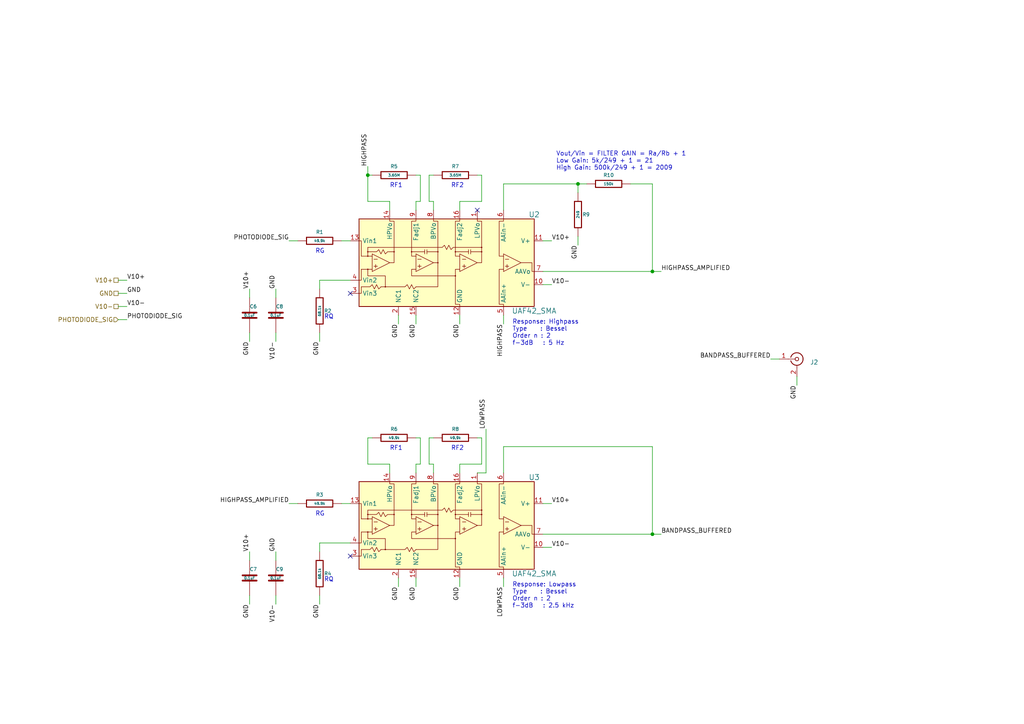
<source format=kicad_sch>
(kicad_sch (version 20250114) (generator "eeschema") (generator_version "9.0")
  (paper "A4")
  (title_block (title "farseer_pcb") (date "2023-12-14") (rev "4.0") (company "Peter Polidoro"))
  (lib_symbols
    (symbol "Janelia:CONN_UMC_JACK_SMD" (pin_names (offset 1.016) (hide yes))
      (property "Reference" "J" (at 0.254 3.048 0))
      (symbol "CONN_UMC_JACK_SMD_0_1"
        (polyline (pts (xy -2.54 0) (xy -0.508 0)))
        (arc (start 1.778 0) (mid 0.222 -1.8079) (end -1.778 -0.508) (stroke (width 0.254)))
        (arc (start -1.778 0.508) (mid 0.2221 1.8084) (end 1.778 0) (stroke (width 0.254)))
        (circle (center 0 0) (radius 0.508) (stroke (width 0.2032)))
        (polyline (pts (xy 0 -2.54) (xy 0 -1.778)))
      )
      (symbol "CONN_UMC_JACK_SMD_1_1"
        (pin passive line (at -5.08 0 0) (length 2.54) (name "In") (number "1"))
        (pin passive line (at 0 -5.08 90) (length 2.54) (name "Ext") (number "2"))
      )
    )
    (symbol "Janelia:C_0.1uF_25V_0402" (pin_numbers (hide yes)) (pin_names (offset 0.254))
      (property "Reference" "C" (at 0 2.54 0))
      (property "Value" "0.1uF_25V" (at 0 0 0))
      (symbol "C_0.1uF_25V_0402_0_1"
        (polyline (pts (xy -2.032 0.762) (xy 2.032 0.762)) (stroke (width 0.508)))
        (polyline (pts (xy -2.032 -0.762) (xy 2.032 -0.762)) (stroke (width 0.508)))
      )
      (symbol "C_0.1uF_25V_0402_1_1"
        (pin passive line (at 0 5.08 270) (length 4.318) (name "~") (number "1"))
        (pin passive line (at 0 -5.08 90) (length 4.318) (name "~") (number "2"))
      )
    )
    (symbol "Janelia:R_150k_1206" (pin_numbers (hide yes)) (pin_names (offset 0))
      (property "Reference" "R" (at 2.032 0 90))
      (property "Value" "150k" (at 0 0 90))
      (symbol "R_150k_1206_0_1"
        (rectangle (start -1.016 3.81) (end 1.016 -3.81) (stroke (width 0.3048)))
      )
      (symbol "R_150k_1206_1_1"
        (pin passive line (at 0 6.35 270) (length 2.54) (name "~") (number "1"))
        (pin passive line (at 0 -6.35 90) (length 2.54) (name "~") (number "2"))
      )
    )
    (symbol "Janelia:R_249_0402" (pin_numbers (hide yes)) (pin_names (offset 0))
      (property "Reference" "R" (at 2.032 0 90))
      (property "Value" "249" (at 0 0 90))
      (symbol "R_249_0402_0_1"
        (rectangle (start -1.016 3.81) (end 1.016 -3.81) (stroke (width 0.3048)))
      )
      (symbol "R_249_0402_1_1"
        (pin passive line (at 0 6.35 270) (length 2.54) (name "~") (number "1"))
        (pin passive line (at 0 -6.35 90) (length 2.54) (name "~") (number "2"))
      )
    )
    (symbol "Janelia:R_3.65M_0603" (pin_numbers (hide yes)) (pin_names (offset 0))
      (property "Reference" "R" (at 2.032 0 90))
      (property "Value" "3.65M" (at 0 0 90))
      (symbol "R_3.65M_0603_0_1"
        (rectangle (start -1.016 3.81) (end 1.016 -3.81) (stroke (width 0.3048)))
      )
      (symbol "R_3.65M_0603_1_1"
        (pin passive line (at 0 6.35 270) (length 2.54) (name "~") (number "1"))
        (pin passive line (at 0 -6.35 90) (length 2.54) (name "~") (number "2"))
      )
    )
    (symbol "Janelia:R_49.9k_0402" (pin_numbers (hide yes)) (pin_names (offset 0))
      (property "Reference" "R" (at 2.032 0 90))
      (property "Value" "49.9k" (at 0 0 90))
      (symbol "R_49.9k_0402_0_1"
        (rectangle (start -1.016 3.81) (end 1.016 -3.81) (stroke (width 0.3048)))
      )
      (symbol "R_49.9k_0402_1_1"
        (pin passive line (at 0 6.35 270) (length 2.54) (name "~") (number "1"))
        (pin passive line (at 0 -6.35 90) (length 2.54) (name "~") (number "2"))
      )
    )
    (symbol "Janelia:R_68.1k_0402" (pin_numbers (hide yes)) (pin_names (offset 0))
      (property "Reference" "R" (at 2.032 0 90))
      (property "Value" "68.1k" (at 0 0 90))
      (symbol "R_68.1k_0402_0_1"
        (rectangle (start -1.016 3.81) (end 1.016 -3.81) (stroke (width 0.3048)))
      )
      (symbol "R_68.1k_0402_1_1"
        (pin passive line (at 0 6.35 270) (length 2.54) (name "~") (number "1"))
        (pin passive line (at 0 -6.35 90) (length 2.54) (name "~") (number "2"))
      )
    )
    (symbol "Janelia:UAF42_SMA" (pin_names (offset 1.016))
      (property "Reference" "U" (at 24.13 13.97 0))
      (property "Value" "UAF42_SMA" (at -21.59 -13.97 0))
      (symbol "UAF42_SMA_0_1"
        (rectangle (start -25.4 12.7) (end 25.4 -12.7) (stroke (width 0.254)) (fill (type background)))
        (polyline (pts (xy -25.4 -5.08) (xy -24.765 -5.08) (xy -24.765 -1.905) (xy -21.59 -1.905) (xy -21.59 -1.905)))
        (polyline (pts (xy -25.4 -8.89) (xy -24.765 -8.89) (xy -24.765 -6.985) (xy -22.225 -6.985) (xy -21.59 -6.35) (xy -20.955 -7.62) (xy -20.32 -6.35) (xy -19.685 -7.62) (xy -19.05 -6.985) (xy -19.05 -6.985)))
        (polyline (pts (xy -24.765 3.81) (xy -24.765 6.35) (xy -25.4 6.35) (xy -25.4 6.35)))
        (polyline (pts (xy -24.765 3.81) (xy -24.765 1.905) (xy -21.59 1.905) (xy -21.59 1.905)))
        (polyline (pts (xy -22.86 4.445) (xy -22.86 1.905) (xy -22.86 1.905)))
        (polyline (pts (xy -22.86 4.445) (xy -1.27 4.445) (xy -0.635 5.08) (xy 0 3.81) (xy 0.635 5.08) (xy 1.27 3.81) (xy 1.905 4.445) (xy 10.16 4.445) (xy 10.16 4.445)))
        (circle (center -22.86 3.175) (radius 0.127) (fill (type outline)))
        (polyline (pts (xy -22.86 3.175) (xy -20.32 3.175) (xy -19.685 3.81) (xy -19.05 2.54) (xy -18.415 3.81) (xy -17.78 2.54) (xy -17.145 3.175) (xy -15.24 3.175) (xy -15.24 3.175)))
        (circle (center -22.86 1.905) (radius 0.127) (fill (type outline)))
        (circle (center -22.86 -1.905) (radius 0.127) (fill (type outline)))
        (polyline (pts (xy -21.59 2.54) (xy -21.59 -2.54) (xy -21.59 -2.54)))
        (polyline (pts (xy -21.082 1.016) (xy -20.066 1.016) (xy -20.066 1.016)) (fill (type outline)))
        (polyline (pts (xy -21.082 -1.016) (xy -20.066 -1.016) (xy -20.066 -1.016)) (fill (type outline)))
        (polyline (pts (xy -20.574 -0.508) (xy -20.574 -1.524) (xy -20.574 -1.524)) (fill (type outline)))
        (polyline (pts (xy -19.05 -6.985) (xy -17.78 -6.985) (xy -17.78 -6.985)))
        (circle (center -17.78 -6.985) (radius 0.127) (fill (type outline)))
        (polyline (pts (xy -17.78 -6.985) (xy -17.78 -6.985)))
        (polyline (pts (xy -17.78 -6.985) (xy -17.78 -3.81) (xy -22.86 -3.81) (xy -22.86 -1.905) (xy -22.86 -1.905)))
        (polyline (pts (xy -17.78 -6.985) (xy -12.065 -6.985) (xy -11.43 -6.35) (xy -10.795 -7.62) (xy -10.16 -6.35) (xy -9.525 -7.62) (xy -8.89 -6.985) (xy -8.89 -6.985)))
        (polyline (pts (xy -16.51 12.7) (xy -16.51 12.065) (xy -15.24 12.065) (xy -15.24 0) (xy -16.51 0) (xy -16.51 0)))
        (polyline (pts (xy -16.51 0) (xy -21.59 2.54) (xy -21.59 2.54)))
        (polyline (pts (xy -16.51 0) (xy -21.59 -2.54) (xy -21.59 -2.54)))
        (circle (center -15.24 3.175) (radius 0.127) (fill (type outline)))
        (circle (center -10.16 3.175) (radius 0.127) (fill (type outline)))
        (polyline (pts (xy -8.89 12.7) (xy -8.89 12.065) (xy -10.16 12.065) (xy -10.16 1.905) (xy -8.89 1.905) (xy -8.89 1.905)))
        (polyline (pts (xy -8.89 2.54) (xy -8.89 -2.54) (xy -8.89 -2.54)))
        (polyline (pts (xy -8.89 -1.905) (xy -10.16 -1.905) (xy -10.16 -3.81) (xy 2.54 -3.81) (xy 2.54 -3.81)))
        (polyline (pts (xy -8.89 -6.985) (xy -2.54 -6.985) (xy -2.54 0) (xy -2.54 0)))
        (polyline (pts (xy -8.382 1.016) (xy -7.366 1.016) (xy -7.366 1.016)) (fill (type outline)))
        (polyline (pts (xy -8.382 -1.016) (xy -7.366 -1.016) (xy -7.366 -1.016)) (fill (type outline)))
        (polyline (pts (xy -7.874 -0.508) (xy -7.874 -1.524) (xy -7.874 -1.524)) (fill (type outline)))
        (polyline (pts (xy -7.366 1.016) (xy -7.366 1.016) (xy -7.366 1.016)) (fill (type outline)))
        (polyline (pts (xy -6.35 3.81) (xy -6.35 2.54) (xy -6.35 2.54)))
        (polyline (pts (xy -6.35 3.175) (xy -10.16 3.175) (xy -10.16 3.175)))
        (polyline (pts (xy -5.715 3.81) (xy -5.715 2.54) (xy -5.715 2.54)))
        (polyline (pts (xy -5.715 3.175) (xy -2.54 3.175) (xy -2.54 3.175)))
        (polyline (pts (xy -3.81 12.7) (xy -3.81 12.065) (xy -2.54 12.065) (xy -2.54 0) (xy -3.81 0) (xy -3.81 0)))
        (polyline (pts (xy -3.81 0) (xy -8.89 2.54) (xy -8.89 2.54)))
        (polyline (pts (xy -3.81 0) (xy -8.89 -2.54) (xy -8.89 -2.54)))
        (circle (center -2.54 3.175) (radius 0.127) (fill (type outline)))
        (circle (center -2.54 0) (radius 0.127) (fill (type outline)))
        (polyline (pts (xy 2.54 3.175) (xy 6.35 3.175) (xy 6.35 3.81) (xy 6.35 3.81) (xy 6.35 3.81)))
        (circle (center 2.54 3.175) (radius 0.127) (fill (type outline)))
        (circle (center 2.54 -3.81) (radius 0.127) (fill (type outline)))
        (polyline (pts (xy 3.81 12.7) (xy 3.81 12.065) (xy 2.54 12.065) (xy 2.54 1.905) (xy 3.81 1.905) (xy 3.81 1.905)))
        (polyline (pts (xy 3.81 2.54) (xy 3.81 -2.54) (xy 3.81 -2.54)))
        (polyline (pts (xy 3.81 -12.7) (xy 3.81 -12.065) (xy 2.54 -12.065) (xy 2.54 -1.905) (xy 3.81 -1.905) (xy 3.81 -1.905)))
        (polyline (pts (xy 4.572 1.016) (xy 5.588 1.016) (xy 5.588 1.016)) (fill (type outline)))
        (polyline (pts (xy 4.572 -1.016) (xy 5.588 -1.016) (xy 5.588 -1.016)) (fill (type outline)))
        (polyline (pts (xy 5.08 -0.508) (xy 5.08 -1.524) (xy 5.08 -1.524)) (fill (type outline)))
        (polyline (pts (xy 6.35 3.175) (xy 6.35 2.54) (xy 6.35 2.54) (xy 6.35 2.54)))
        (polyline (pts (xy 6.985 3.81) (xy 6.985 2.54) (xy 6.985 2.54)))
        (polyline (pts (xy 6.985 3.175) (xy 10.16 3.175) (xy 10.16 3.175)))
        (polyline (pts (xy 8.89 12.7) (xy 8.89 12.065) (xy 10.16 12.065) (xy 10.16 0) (xy 8.89 0) (xy 8.89 0)))
        (polyline (pts (xy 8.89 0) (xy 3.81 2.54) (xy 3.81 2.54)))
        (polyline (pts (xy 8.89 0) (xy 3.81 -2.54) (xy 3.81 -2.54)))
        (circle (center 10.16 4.445) (radius 0.127) (fill (type outline)))
        (circle (center 10.16 3.175) (radius 0.127) (fill (type outline)))
        (polyline (pts (xy 16.51 12.7) (xy 16.51 12.065) (xy 15.24 12.065) (xy 15.24 1.905) (xy 16.51 1.905) (xy 16.51 1.905)))
        (polyline (pts (xy 16.51 2.54) (xy 16.51 -2.54) (xy 16.51 -2.54) (xy 16.51 -2.54)))
        (polyline (pts (xy 16.51 -12.7) (xy 16.51 -12.065) (xy 15.24 -12.065) (xy 15.24 -1.905) (xy 16.51 -1.905) (xy 16.51 -1.905)))
        (polyline (pts (xy 17.018 1.016) (xy 18.034 1.016) (xy 18.034 1.016)) (fill (type outline)))
        (polyline (pts (xy 17.018 -1.016) (xy 18.034 -1.016) (xy 18.034 -1.016) (xy 18.034 -1.016)) (fill (type outline)))
        (polyline (pts (xy 17.526 -0.508) (xy 17.526 -1.524) (xy 17.526 -1.524)) (fill (type outline)))
        (polyline (pts (xy 21.59 0) (xy 16.51 2.54) (xy 16.51 2.54)))
        (polyline (pts (xy 21.59 0) (xy 16.51 -2.54) (xy 16.51 -2.54)))
        (polyline (pts (xy 25.4 -2.54) (xy 24.765 -2.54) (xy 24.765 0) (xy 21.59 0) (xy 21.59 0)))
      )
      (symbol "UAF42_SMA_1_1"
        (pin bidirectional line (at -27.94 6.35 0) (length 2.54) (name "Vin1") (number "13"))
        (pin bidirectional line (at -27.94 -5.08 0) (length 2.54) (name "Vin2") (number "4"))
        (pin bidirectional line (at -27.94 -8.89 0) (length 2.54) (name "Vin3") (number "3"))
        (pin bidirectional line (at -16.51 15.24 270) (length 2.54) (name "HPVo") (number "14"))
        (pin passive line (at -13.97 -15.24 90) (length 2.54) (name "NC1") (number "2"))
        (pin bidirectional line (at -8.89 15.24 270) (length 2.54) (name "Fadj1") (number "9"))
        (pin passive line (at -8.89 -15.24 90) (length 2.54) (name "NC2") (number "15"))
        (pin bidirectional line (at -3.81 15.24 270) (length 2.54) (name "BPVo") (number "8"))
        (pin bidirectional line (at 3.81 15.24 270) (length 2.54) (name "Fadj2") (number "16"))
        (pin power_in line (at 3.81 -15.24 90) (length 2.54) (name "GND") (number "12"))
        (pin bidirectional line (at 8.89 15.24 270) (length 2.54) (name "LPVo") (number "1"))
        (pin bidirectional line (at 16.51 15.24 270) (length 2.54) (name "AAin-") (number "6"))
        (pin bidirectional line (at 16.51 -15.24 90) (length 2.54) (name "AAin+") (number "5"))
        (pin power_in line (at 27.94 6.35 180) (length 2.54) (name "V+") (number "11"))
        (pin bidirectional line (at 27.94 -2.54 180) (length 2.54) (name "AAVo") (number "7"))
        (pin power_in line (at 27.94 -6.35 180) (length 2.54) (name "V-") (number "10"))
      )
    )
  )
  (text "RF2" (at 130.81 54.61 0) (effects (font (size 1.27 1.27)) (justify left bottom)))
  (text "RG" (at 91.44 149.86 0) (effects (font (size 1.27 1.27)) (justify left bottom)))
  (text "RF2" (at 130.81 130.81 0) (effects (font (size 1.27 1.27)) (justify left bottom)))
  (text "Response: Lowpass\nType    : Bessel\nOrder n : 2\nf-3dB   : 2.5 kHz" (at 148.59 176.53 0) (effects (font (size 1.27 1.27)) (justify left bottom)))
  (text "RG" (at 91.44 73.66 0) (effects (font (size 1.27 1.27)) (justify left bottom)))
  (text "RF1" (at 113.03 54.61 0) (effects (font (size 1.27 1.27)) (justify left bottom)))
  (text "Vout/Vin = FILTER GAIN = Ra/Rb + 1\nLow Gain: 5k/249 + 1 = 21\nHigh Gain: 500k/249 + 1 = 2009 " (at 161.29 49.53 0) (effects (font (size 1.27 1.27)) (justify left bottom)))
  (text "Response: Highpass\nType    : Bessel\nOrder n : 2\nf-3dB   : 5 Hz" (at 148.59 100.33 0) (effects (font (size 1.27 1.27)) (justify left bottom)))
  (text "RQ" (at 93.98 92.71 0) (effects (font (size 1.27 1.27)) (justify left bottom)))
  (text "RF1" (at 113.03 130.81 0) (effects (font (size 1.27 1.27)) (justify left bottom)))
  (text "RQ" (at 93.98 168.91 0) (effects (font (size 1.27 1.27)) (justify left bottom)))
  (junction (at 106.68 50.8))
  (junction (at 167.64 53.34))
  (junction (at 189.23 78.74))
  (junction (at 189.23 154.94))
  (no_connect (at 138.43 60.96))
  (no_connect (at 101.6 85.09))
  (no_connect (at 101.6 161.29))
  (wire (pts (xy 72.39 162.56) (xy 72.39 160.02)))
  (wire (pts (xy 120.65 50.8) (xy 121.92 50.8)))
  (wire (pts (xy 139.7 58.42) (xy 139.7 50.8)))
  (wire (pts (xy 226.06 104.14) (xy 223.52 104.14)))
  (wire (pts (xy 146.05 129.54) (xy 146.05 137.16)))
  (wire (pts (xy 106.68 50.8) (xy 106.68 58.42)))
  (wire (pts (xy 139.7 134.62) (xy 139.7 127)))
  (wire (pts (xy 99.06 146.05) (xy 101.6 146.05)))
  (wire (pts (xy 120.65 134.62) (xy 120.65 137.16)))
  (wire (pts (xy 92.71 157.48) (xy 101.6 157.48)))
  (wire (pts (xy 189.23 53.34) (xy 189.23 78.74)))
  (wire (pts (xy 125.73 50.8) (xy 124.46 50.8)))
  (wire (pts (xy 120.65 127) (xy 121.92 127)))
  (wire (pts (xy 146.05 167.64) (xy 146.05 170.18)))
  (wire (pts (xy 120.65 91.44) (xy 120.65 93.98)))
  (wire (pts (xy 115.57 91.44) (xy 115.57 93.98)))
  (wire (pts (xy 92.71 96.52) (xy 92.71 99.06)))
  (wire (pts (xy 157.48 154.94) (xy 189.23 154.94)))
  (wire (pts (xy 133.35 60.96) (xy 133.35 58.42)))
  (wire (pts (xy 120.65 167.64) (xy 120.65 170.18)))
  (wire (pts (xy 106.68 127) (xy 106.68 134.62)))
  (wire (pts (xy 34.29 85.09) (xy 36.83 85.09)))
  (wire (pts (xy 133.35 58.42) (xy 139.7 58.42)))
  (wire (pts (xy 106.68 134.62) (xy 113.03 134.62)))
  (wire (pts (xy 92.71 160.02) (xy 92.71 157.48)))
  (wire (pts (xy 124.46 50.8) (xy 124.46 58.42)))
  (wire (pts (xy 138.43 50.8) (xy 139.7 50.8)))
  (wire (pts (xy 34.29 88.9) (xy 36.83 88.9)))
  (wire (pts (xy 121.92 50.8) (xy 121.92 58.42)))
  (wire (pts (xy 80.01 96.52) (xy 80.01 99.06)))
  (wire (pts (xy 120.65 58.42) (xy 120.65 60.96)))
  (wire (pts (xy 189.23 154.94) (xy 189.23 129.54)))
  (wire (pts (xy 72.39 96.52) (xy 72.39 99.06)))
  (wire (pts (xy 157.48 78.74) (xy 189.23 78.74)))
  (wire (pts (xy 106.68 58.42) (xy 113.03 58.42)))
  (wire (pts (xy 133.35 91.44) (xy 133.35 93.98)))
  (wire (pts (xy 125.73 58.42) (xy 125.73 60.96)))
  (wire (pts (xy 92.71 83.82) (xy 92.71 81.28)))
  (wire (pts (xy 167.64 68.58) (xy 167.64 71.12)))
  (wire (pts (xy 125.73 134.62) (xy 125.73 137.16)))
  (wire (pts (xy 133.35 167.64) (xy 133.35 170.18)))
  (wire (pts (xy 107.95 127) (xy 106.68 127)))
  (wire (pts (xy 113.03 134.62) (xy 113.03 137.16)))
  (wire (pts (xy 138.43 127) (xy 139.7 127)))
  (wire (pts (xy 80.01 172.72) (xy 80.01 175.26)))
  (wire (pts (xy 125.73 127) (xy 124.46 127)))
  (wire (pts (xy 146.05 129.54) (xy 189.23 129.54)))
  (wire (pts (xy 34.29 81.28) (xy 36.83 81.28)))
  (wire (pts (xy 107.95 50.8) (xy 106.68 50.8)))
  (wire (pts (xy 140.97 124.46) (xy 140.97 137.16)))
  (wire (pts (xy 146.05 53.34) (xy 146.05 60.96)))
  (wire (pts (xy 113.03 58.42) (xy 113.03 60.96)))
  (wire (pts (xy 34.29 92.71) (xy 36.83 92.71)))
  (wire (pts (xy 80.01 86.36) (xy 80.01 83.82)))
  (wire (pts (xy 157.48 82.55) (xy 160.02 82.55)))
  (wire (pts (xy 157.48 146.05) (xy 160.02 146.05)))
  (wire (pts (xy 124.46 58.42) (xy 125.73 58.42)))
  (wire (pts (xy 83.82 69.85) (xy 86.36 69.85)))
  (wire (pts (xy 138.43 137.16) (xy 140.97 137.16)))
  (wire (pts (xy 83.82 146.05) (xy 86.36 146.05)))
  (wire (pts (xy 146.05 91.44) (xy 146.05 93.98)))
  (wire (pts (xy 124.46 127) (xy 124.46 134.62)))
  (wire (pts (xy 182.88 53.34) (xy 189.23 53.34)))
  (wire (pts (xy 72.39 86.36) (xy 72.39 83.82)))
  (wire (pts (xy 189.23 154.94) (xy 191.77 154.94)))
  (wire (pts (xy 167.64 53.34) (xy 167.64 55.88)))
  (wire (pts (xy 120.65 58.42) (xy 121.92 58.42)))
  (wire (pts (xy 124.46 134.62) (xy 125.73 134.62)))
  (wire (pts (xy 99.06 69.85) (xy 101.6 69.85)))
  (wire (pts (xy 115.57 167.64) (xy 115.57 170.18)))
  (wire (pts (xy 133.35 134.62) (xy 139.7 134.62)))
  (wire (pts (xy 157.48 69.85) (xy 160.02 69.85)))
  (wire (pts (xy 80.01 162.56) (xy 80.01 160.02)))
  (wire (pts (xy 157.48 158.75) (xy 160.02 158.75)))
  (wire (pts (xy 133.35 137.16) (xy 133.35 134.62)))
  (wire (pts (xy 92.71 81.28) (xy 101.6 81.28)))
  (wire (pts (xy 231.14 109.22) (xy 231.14 111.76)))
  (wire (pts (xy 92.71 172.72) (xy 92.71 175.26)))
  (wire (pts (xy 189.23 78.74) (xy 191.77 78.74)))
  (wire (pts (xy 106.68 48.26) (xy 106.68 50.8)))
  (wire (pts (xy 121.92 127) (xy 121.92 134.62)))
  (wire (pts (xy 120.65 134.62) (xy 121.92 134.62)))
  (wire (pts (xy 167.64 53.34) (xy 146.05 53.34)))
  (wire (pts (xy 167.64 53.34) (xy 170.18 53.34)))
  (wire (pts (xy 72.39 172.72) (xy 72.39 175.26)))
  (label "V10-" (at 160.02 158.75 0))
  (label "BANDPASS_BUFFERED" (at 191.77 154.94 0))
  (label "V10+" (at 72.39 83.82 90))
  (label "V10+" (at 36.83 81.28 0))
  (label "BANDPASS_BUFFERED" (at 223.52 104.14 180))
  (label "GND" (at 133.35 170.18 270))
  (label "HIGHPASS" (at 146.05 93.98 270))
  (label "GND" (at 167.64 71.12 270))
  (label "V10-" (at 160.02 82.55 0))
  (label "LOWPASS" (at 146.05 170.18 270))
  (label "PHOTODIODE_SIG" (at 83.82 69.85 180))
  (label "GND" (at 80.01 160.02 90))
  (label "HIGHPASS_AMPLIFIED" (at 191.77 78.74 0))
  (label "GND" (at 80.01 83.82 90))
  (label "GND" (at 133.35 93.98 270))
  (label "V10+" (at 72.39 160.02 90))
  (label "GND" (at 72.39 99.06 270))
  (label "GND" (at 115.57 93.98 270))
  (label "GND" (at 92.71 99.06 270))
  (label "HIGHPASS_AMPLIFIED" (at 83.82 146.05 180))
  (label "V10-" (at 36.83 88.9 0))
  (label "GND" (at 120.65 93.98 270))
  (label "V10+" (at 160.02 146.05 0))
  (label "GND" (at 120.65 170.18 270))
  (label "GND" (at 115.57 170.18 270))
  (label "LOWPASS" (at 140.97 124.46 90))
  (label "GND" (at 92.71 175.26 270))
  (label "HIGHPASS" (at 106.68 48.26 90))
  (label "GND" (at 36.83 85.09 0))
  (label "GND" (at 72.39 175.26 270))
  (label "PHOTODIODE_SIG" (at 36.83 92.71 0))
  (label "GND" (at 231.14 111.76 270))
  (label "V10-" (at 80.01 99.06 270))
  (label "V10+" (at 160.02 69.85 0))
  (label "V10-" (at 80.01 175.26 270))
  (hierarchical_label "GND" (shape passive) (at 34.29 85.09 180))
  (hierarchical_label "V10-" (shape passive) (at 34.29 88.9 180))
  (hierarchical_label "PHOTODIODE_SIG" (shape input) (at 34.29 92.71 180))
  (hierarchical_label "V10+" (shape passive) (at 34.29 81.28 180))
  (symbol (lib_id "Janelia:UAF42_SMA") (at 129.54 152.4 0) (unit 1)
    (property "Reference" "U3" (at 154.94 138.43 0) (effects (font (size 1.524 1.524))))
    (property "Value" "UAF42_SMA" (at 154.94 166.37 0) (effects (font (size 1.524 1.524))))
    (property "Footprint" "Janelia:SOIC-16W_7.5x10.3mm_P1.27mm" (effects (hide yes)))
    (property "Description" "IC UNIV ACTIVE FILTER 16-SOIC" (effects (hide yes)))
    (property "Vendor" "Digi-Key" (effects (hide yes)))
    (property "Vendor Part Number" "UAF42AU-ND" (effects (hide yes)))
    (property "MFN" "Texas Instruments" (effects (hide yes)))
    (property "MPN" "UAF42AU" (effects (hide yes)))
  )
  (symbol (lib_id "Janelia:UAF42_SMA") (at 129.54 76.2 0) (unit 1)
    (property "Reference" "U2" (at 154.94 62.23 0) (effects (font (size 1.524 1.524))))
    (property "Value" "UAF42_SMA" (at 154.94 90.17 0) (effects (font (size 1.524 1.524))))
    (property "Footprint" "Janelia:SOIC-16W_7.5x10.3mm_P1.27mm" (effects (hide yes)))
    (property "Description" "IC UNIV ACTIVE FILTER 16-SOIC" (effects (hide yes)))
    (property "Vendor" "Digi-Key" (effects (hide yes)))
    (property "Vendor Part Number" "UAF42AU-ND" (effects (hide yes)))
    (property "MFN" "Texas Instruments" (effects (hide yes)))
    (property "MPN" "UAF42AU" (effects (hide yes)))
  )
  (symbol (lib_id "Janelia:R_249_0402") (at 167.64 62.23 0) (unit 1)
    (property "Reference" "R9" (at 168.91 62.23 0) (effects (font (size 1.016 1.016)) (justify left)))
    (property "Value" "249" (at 167.64 62.23 90) (effects (font (size 0.762 0.762))))
    (property "Footprint" "Janelia:R_0402_1005Metric" (effects (hide yes)))
    (property "Description" "RES SMD 249 OHM 1% 1/10W" (effects (hide yes)))
    (property "Vendor" "Digi-Key" (effects (hide yes)))
    (property "Vendor Part Number" "P249LCT-ND" (effects (hide yes)))
    (property "Package" "0402" (effects (hide yes)))
    (property "MFN" "Panasonic Electronic Components" (effects (hide yes)))
    (property "MPN" "ERJ-2RKF2490X" (effects (hide yes)))
  )
  (symbol (lib_id "Janelia:R_49.9k_0402") (at 92.71 146.05 90) (unit 1)
    (property "Reference" "R3" (at 92.71 143.51 90) (effects (font (size 1.016 1.016))))
    (property "Value" "49.9k" (at 92.71 146.05 90) (effects (font (size 0.762 0.762))))
    (property "Footprint" "Janelia:R_0402_1005Metric" (effects (hide yes)))
    (property "Description" "RES SMD 49.9K OHM 1% 1/10W" (effects (hide yes)))
    (property "Vendor" "Digi-Key" (effects (hide yes)))
    (property "Vendor Part Number" "P49.9KLCT-ND" (effects (hide yes)))
    (property "Package" "0402" (effects (hide yes)))
    (property "MFN" "Panasonic Electronic Components" (effects (hide yes)))
    (property "MPN" "ERJ-2RKF4992X" (effects (hide yes)))
  )
  (symbol (lib_id "Janelia:CONN_UMC_JACK_SMD") (at 231.14 104.14 0) (unit 1) (exclude_from_sim yes)
    (property "Reference" "J2" (at 234.95 105.0682 0) (effects (justify left)))
    (property "Value" "UMC_JACK_SMD" (effects (hide yes)))
    (property "Footprint" "Janelia:UMC_AMPHENOL_A-1JB" (effects (hide yes)))
    (property "Description" "CONN UMC JACK STR 50 OHM SMD" (effects (hide yes)))
    (property "MFN" "Amphenol RF" (effects (hide yes)))
    (property "MPN" "A-1JB" (effects (hide yes)))
    (property "Vendor" "Digi-Key" (effects (hide yes)))
    (property "Vendor Part Number" "115-A-1JBCT-ND" (effects (hide yes)))
  )
  (symbol (lib_id "Janelia:R_3.65M_0603") (at 114.3 50.8 90) (unit 1)
    (property "Reference" "R5" (at 114.3 48.26 90) (effects (font (size 1.016 1.016))))
    (property "Value" "3.65M" (at 114.3 50.8 90) (effects (font (size 0.762 0.762))))
    (property "Footprint" "Janelia:R_0603_1608Metric" (effects (hide yes)))
    (property "Description" "RES SMD 3.65M OHM 1% 1/10W" (effects (hide yes)))
    (property "Vendor" "Digi-Key" (effects (hide yes)))
    (property "Vendor Part Number" "541-3.65MHCT-ND" (effects (hide yes)))
    (property "Package" "0603" (effects (hide yes)))
    (property "MFN" "Vishay Dale" (effects (hide yes)))
    (property "MPN" "CRCW06033M65FKEA" (effects (hide yes)))
  )
  (symbol (lib_id "Janelia:R_3.65M_0603") (at 132.08 50.8 90) (unit 1)
    (property "Reference" "R7" (at 132.08 48.26 90) (effects (font (size 1.016 1.016))))
    (property "Value" "3.65M" (at 132.08 50.8 90) (effects (font (size 0.762 0.762))))
    (property "Footprint" "Janelia:R_0603_1608Metric" (effects (hide yes)))
    (property "Description" "RES SMD 3.65M OHM 1% 1/10W" (effects (hide yes)))
    (property "Vendor" "Digi-Key" (effects (hide yes)))
    (property "Vendor Part Number" "541-3.65MHCT-ND" (effects (hide yes)))
    (property "Package" "0603" (effects (hide yes)))
    (property "MFN" "Vishay Dale" (effects (hide yes)))
    (property "MPN" "CRCW06033M65FKEA" (effects (hide yes)))
  )
  (symbol (lib_id "Janelia:C_0.1uF_25V_0402") (at 80.01 167.64 0) (unit 1)
    (property "Reference" "C9" (at 80.01 165.1 0) (effects (font (size 1.016 1.016)) (justify left)))
    (property "Value" "0.1uF" (at 80.01 167.64 0) (effects (font (size 0.762 0.762))))
    (property "Footprint" "Janelia:C_0402_1005Metric" (effects (hide yes)))
    (property "Description" "CAP CER 0.1UF 25V Y5V" (effects (hide yes)))
    (property "Vendor" "Digi-Key" (effects (hide yes)))
    (property "Vendor Part Number" "311-1375-1-ND" (effects (hide yes)))
    (property "Package" "0402" (effects (hide yes)))
    (property "MFN" "Yageo" (effects (hide yes)))
    (property "MPN" "CC0402ZRY5V8BB104" (effects (hide yes)))
  )
  (symbol (lib_id "Janelia:R_68.1k_0402") (at 92.71 166.37 0) (unit 1)
    (property "Reference" "R4" (at 93.98 166.37 0) (effects (font (size 1.016 1.016)) (justify left)))
    (property "Value" "68.1k" (at 92.71 166.37 90) (effects (font (size 0.762 0.762))))
    (property "Footprint" "Janelia:R_0402_1005Metric" (effects (hide yes)))
    (property "Description" "RES SMD 68.1K OHM 1% 1/10W" (effects (hide yes)))
    (property "Vendor" "Digi-Key" (effects (hide yes)))
    (property "Vendor Part Number" "P68.1KLCT-ND" (effects (hide yes)))
    (property "Package" "0402" (effects (hide yes)))
    (property "MFN" "Panasonic Electronic Components" (effects (hide yes)))
    (property "MPN" "ERJ-2RKF6812X" (effects (hide yes)))
  )
  (symbol (lib_id "Janelia:C_0.1uF_25V_0402") (at 80.01 91.44 0) (unit 1)
    (property "Reference" "C8" (at 80.01 88.9 0) (effects (font (size 1.016 1.016)) (justify left)))
    (property "Value" "0.1uF" (at 80.01 91.44 0) (effects (font (size 0.762 0.762))))
    (property "Footprint" "Janelia:C_0402_1005Metric" (effects (hide yes)))
    (property "Description" "CAP CER 0.1UF 25V Y5V" (effects (hide yes)))
    (property "Vendor" "Digi-Key" (effects (hide yes)))
    (property "Vendor Part Number" "311-1375-1-ND" (effects (hide yes)))
    (property "Package" "0402" (effects (hide yes)))
    (property "MFN" "Yageo" (effects (hide yes)))
    (property "MPN" "CC0402ZRY5V8BB104" (effects (hide yes)))
  )
  (symbol (lib_id "Janelia:R_49.9k_0402") (at 92.71 69.85 90) (unit 1)
    (property "Reference" "R1" (at 92.71 67.31 90) (effects (font (size 1.016 1.016))))
    (property "Value" "49.9k" (at 92.71 69.85 90) (effects (font (size 0.762 0.762))))
    (property "Footprint" "Janelia:R_0402_1005Metric" (effects (hide yes)))
    (property "Description" "RES SMD 49.9K OHM 1% 1/10W" (effects (hide yes)))
    (property "Vendor" "Digi-Key" (effects (hide yes)))
    (property "Vendor Part Number" "P49.9KLCT-ND" (effects (hide yes)))
    (property "Package" "0402" (effects (hide yes)))
    (property "MFN" "Panasonic Electronic Components" (effects (hide yes)))
    (property "MPN" "ERJ-2RKF4992X" (effects (hide yes)))
  )
  (symbol (lib_id "Janelia:C_0.1uF_25V_0402") (at 72.39 167.64 0) (unit 1)
    (property "Reference" "C7" (at 72.39 165.1 0) (effects (font (size 1.016 1.016)) (justify left)))
    (property "Value" "0.1uF" (at 72.39 167.64 0) (effects (font (size 0.762 0.762))))
    (property "Footprint" "Janelia:C_0402_1005Metric" (effects (hide yes)))
    (property "Description" "CAP CER 0.1UF 25V Y5V" (effects (hide yes)))
    (property "Vendor" "Digi-Key" (effects (hide yes)))
    (property "Vendor Part Number" "311-1375-1-ND" (effects (hide yes)))
    (property "Package" "0402" (effects (hide yes)))
    (property "MFN" "Yageo" (effects (hide yes)))
    (property "MPN" "CC0402ZRY5V8BB104" (effects (hide yes)))
  )
  (symbol (lib_id "Janelia:R_68.1k_0402") (at 92.71 90.17 0) (unit 1)
    (property "Reference" "R2" (at 93.98 90.17 0) (effects (font (size 1.016 1.016)) (justify left)))
    (property "Value" "68.1k" (at 92.71 90.17 90) (effects (font (size 0.762 0.762))))
    (property "Footprint" "Janelia:R_0402_1005Metric" (effects (hide yes)))
    (property "Description" "RES SMD 68.1K OHM 1% 1/10W" (effects (hide yes)))
    (property "Vendor" "Digi-Key" (effects (hide yes)))
    (property "Vendor Part Number" "P68.1KLCT-ND" (effects (hide yes)))
    (property "Package" "0402" (effects (hide yes)))
    (property "MFN" "Panasonic Electronic Components" (effects (hide yes)))
    (property "MPN" "ERJ-2RKF6812X" (effects (hide yes)))
  )
  (symbol (lib_id "Janelia:R_150k_1206") (at 176.53 53.34 90) (unit 1)
    (property "Reference" "R10" (at 176.53 50.8 90) (effects (font (size 1.016 1.016))))
    (property "Value" "150k" (at 176.53 53.34 90) (effects (font (size 0.762 0.762))))
    (property "Footprint" "Janelia:R_1206_3216Metric" (effects (hide yes)))
    (property "Description" "RES SMD 150K OHM 0.1% 1/4W" (effects (hide yes)))
    (property "Vendor" "Digi-Key" (effects (hide yes)))
    (property "Vendor Part Number" "P150KBCCT-ND" (effects (hide yes)))
    (property "Package" "1206" (effects (hide yes)))
    (property "MFN" "Panasonic Electronic Components" (effects (hide yes)))
    (property "MPN" "ERA-8AEB154V" (effects (hide yes)))
  )
  (symbol (lib_id "Janelia:R_49.9k_0402") (at 132.08 127 90) (unit 1)
    (property "Reference" "R8" (at 132.08 124.46 90) (effects (font (size 1.016 1.016))))
    (property "Value" "49.9k" (at 132.08 127 90) (effects (font (size 0.762 0.762))))
    (property "Footprint" "Janelia:R_0402_1005Metric" (effects (hide yes)))
    (property "Description" "RES SMD 49.9K OHM 1% 1/10W" (effects (hide yes)))
    (property "Vendor" "Digi-Key" (effects (hide yes)))
    (property "Vendor Part Number" "P49.9KLCT-ND" (effects (hide yes)))
    (property "Package" "0402" (effects (hide yes)))
    (property "MFN" "Panasonic Electronic Components" (effects (hide yes)))
    (property "MPN" "ERJ-2RKF4992X" (effects (hide yes)))
  )
  (symbol (lib_id "Janelia:C_0.1uF_25V_0402") (at 72.39 91.44 0) (unit 1)
    (property "Reference" "C6" (at 72.39 88.9 0) (effects (font (size 1.016 1.016)) (justify left)))
    (property "Value" "0.1uF" (at 72.39 91.44 0) (effects (font (size 0.762 0.762))))
    (property "Footprint" "Janelia:C_0402_1005Metric" (effects (hide yes)))
    (property "Description" "CAP CER 0.1UF 25V Y5V" (effects (hide yes)))
    (property "Vendor" "Digi-Key" (effects (hide yes)))
    (property "Vendor Part Number" "311-1375-1-ND" (effects (hide yes)))
    (property "Package" "0402" (effects (hide yes)))
    (property "MFN" "Yageo" (effects (hide yes)))
    (property "MPN" "CC0402ZRY5V8BB104" (effects (hide yes)))
  )
  (symbol (lib_id "Janelia:R_49.9k_0402") (at 114.3 127 90) (unit 1)
    (property "Reference" "R6" (at 114.3 124.46 90) (effects (font (size 1.016 1.016))))
    (property "Value" "49.9k" (at 114.3 127 90) (effects (font (size 0.762 0.762))))
    (property "Footprint" "Janelia:R_0402_1005Metric" (effects (hide yes)))
    (property "Description" "RES SMD 49.9K OHM 1% 1/10W" (effects (hide yes)))
    (property "Vendor" "Digi-Key" (effects (hide yes)))
    (property "Vendor Part Number" "P49.9KLCT-ND" (effects (hide yes)))
    (property "Package" "0402" (effects (hide yes)))
    (property "MFN" "Panasonic Electronic Components" (effects (hide yes)))
    (property "MPN" "ERJ-2RKF4992X" (effects (hide yes)))
  )
)
</source>
